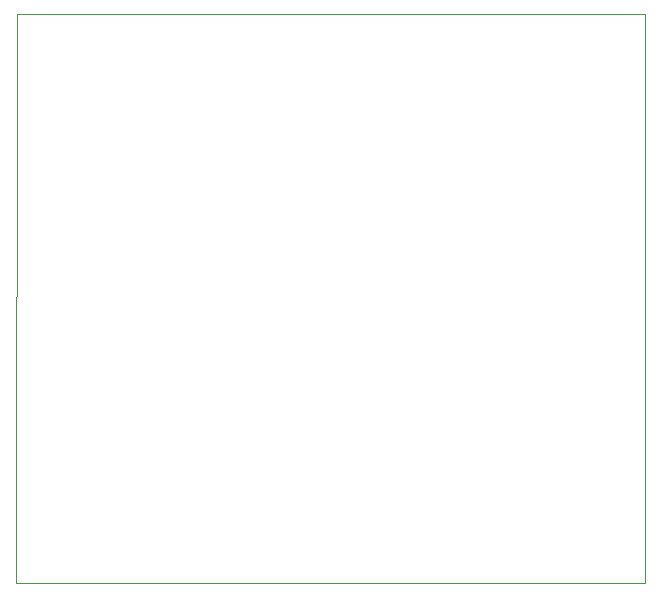
<source format=gm1>
G04 #@! TF.GenerationSoftware,KiCad,Pcbnew,5.1.5-52549c5~84~ubuntu18.04.1*
G04 #@! TF.CreationDate,2020-03-22T23:19:32-04:00*
G04 #@! TF.ProjectId,tcd1304_v1,74636431-3330-4345-9f76-312e6b696361,rev?*
G04 #@! TF.SameCoordinates,Original*
G04 #@! TF.FileFunction,Profile,NP*
%FSLAX46Y46*%
G04 Gerber Fmt 4.6, Leading zero omitted, Abs format (unit mm)*
G04 Created by KiCad (PCBNEW 5.1.5-52549c5~84~ubuntu18.04.1) date 2020-03-22 23:19:32*
%MOMM*%
%LPD*%
G04 APERTURE LIST*
%ADD10C,0.050000*%
G04 APERTURE END LIST*
D10*
X114935000Y-106680000D02*
X115015000Y-58500000D01*
X168200000Y-106680000D02*
X114935000Y-106680000D01*
X168195000Y-58500000D02*
X168200000Y-106680000D01*
X115015000Y-58500000D02*
X168195000Y-58500000D01*
M02*

</source>
